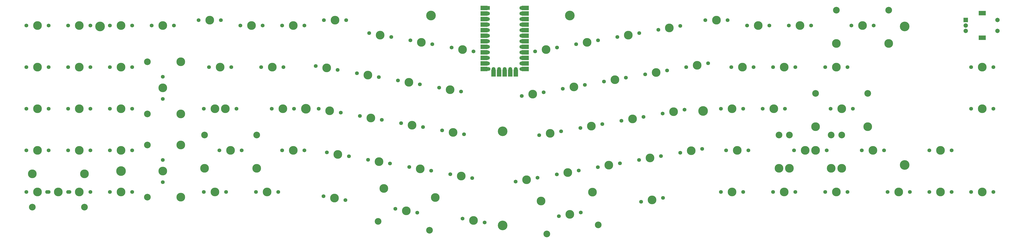
<source format=gbr>
%TF.GenerationSoftware,KiCad,Pcbnew,(5.1.10)-1*%
%TF.CreationDate,2022-01-23T15:25:41-08:00*%
%TF.ProjectId,V2,56322e6b-6963-4616-945f-706362585858,rev?*%
%TF.SameCoordinates,Original*%
%TF.FileFunction,Soldermask,Top*%
%TF.FilePolarity,Negative*%
%FSLAX46Y46*%
G04 Gerber Fmt 4.6, Leading zero omitted, Abs format (unit mm)*
G04 Created by KiCad (PCBNEW (5.1.10)-1) date 2022-01-23 15:25:41*
%MOMM*%
%LPD*%
G01*
G04 APERTURE LIST*
%ADD10C,3.987800*%
%ADD11C,1.750000*%
%ADD12C,3.048000*%
%ADD13R,2.000000X3.250000*%
%ADD14R,3.250000X2.000000*%
%ADD15C,1.752600*%
%ADD16R,1.752600X1.752600*%
%ADD17C,4.400000*%
%ADD18C,2.000000*%
%ADD19R,3.200000X2.000000*%
%ADD20R,2.000000X2.000000*%
G04 APERTURE END LIST*
D10*
%TO.C,MX78*%
X354939043Y-57150000D03*
D11*
X349859043Y-57150000D03*
X360019043Y-57150000D03*
D12*
X343032793Y-50165000D03*
X366845293Y-50165000D03*
D10*
X343032793Y-65405000D03*
X366845293Y-65405000D03*
%TD*%
%TO.C,MX78*%
X350176543Y-57150000D03*
D11*
X345096543Y-57150000D03*
X355256543Y-57150000D03*
D12*
X338270293Y-50165000D03*
X362082793Y-50165000D03*
D10*
X338270293Y-65405000D03*
X362082793Y-65405000D03*
%TD*%
%TO.C,MX84*%
X364464043Y-19050000D03*
D11*
X359384043Y-19050000D03*
X369544043Y-19050000D03*
%TD*%
D10*
%TO.C,MX85*%
X366845293Y-38100000D03*
D11*
X361765293Y-38100000D03*
X371925293Y-38100000D03*
D12*
X354939043Y-31115000D03*
X378751543Y-31115000D03*
D10*
X354939043Y-46355000D03*
X378751543Y-46355000D03*
%TD*%
%TO.C,MX23*%
X83343750Y-19050000D03*
D11*
X78263750Y-19050000D03*
X88423750Y-19050000D03*
%TD*%
D10*
%TO.C,MX16*%
X38100000Y-76200000D03*
D11*
X33020000Y-76200000D03*
X43180000Y-76200000D03*
%TD*%
D10*
%TO.C,MX39*%
X168290513Y-84854313D03*
D11*
X163287690Y-83972180D03*
X173293336Y-85736446D03*
D12*
X155352213Y-89665697D03*
X178802948Y-93800694D03*
D10*
X157998611Y-74657226D03*
X181449346Y-78792224D03*
%TD*%
%TO.C,MX47*%
X188229212Y-29371221D03*
D11*
X183226389Y-28489088D03*
X193232035Y-30253354D03*
%TD*%
D13*
%TO.C,U1*%
X218211400Y-21793200D03*
X215671400Y-21793200D03*
X213131400Y-21793200D03*
X210591400Y-21793200D03*
X208051400Y-21793200D03*
D14*
X222529400Y8051800D03*
X222529400Y5511800D03*
X222529400Y2971800D03*
X222529400Y431800D03*
X222529400Y-2108200D03*
X222529400Y-4648200D03*
X222529400Y-7188200D03*
X222529400Y-9728200D03*
X222529400Y-12268200D03*
X222529400Y-14808200D03*
X222529400Y-17348200D03*
X222529400Y-19888200D03*
X203733400Y-19888200D03*
X203733400Y-17348200D03*
X203733400Y-14808200D03*
X203733400Y-12268200D03*
X203733400Y-9728200D03*
X203733400Y-7188200D03*
X203733400Y-4648200D03*
X203733400Y-2108200D03*
X203733400Y431800D03*
X203733400Y2971800D03*
X203733400Y5511800D03*
X203733400Y8051800D03*
D15*
X208051400Y-19888200D03*
X210591400Y-19888200D03*
X213131400Y-19888200D03*
X215671400Y-19888200D03*
X218211400Y-19888200D03*
X220751400Y8051800D03*
X205740000Y-19888200D03*
X220751400Y5511800D03*
X220751400Y2971800D03*
X220751400Y431800D03*
X220751400Y-2108200D03*
X220751400Y-4648200D03*
X220751400Y-7188200D03*
X220751400Y-9728200D03*
X220751400Y-12268200D03*
X220751400Y-14808200D03*
X220751400Y-17348200D03*
X220751400Y-19888200D03*
X205511400Y-17348200D03*
X205511400Y-14808200D03*
X205511400Y-12268200D03*
X205511400Y-9728200D03*
X205511400Y-7188200D03*
X205511400Y-4648200D03*
X205511400Y-2108200D03*
X205511400Y431800D03*
X205511400Y2971800D03*
X205511400Y5511800D03*
D16*
X205511400Y8051800D03*
%TD*%
D10*
%TO.C,MX90*%
X80962500Y-38100000D03*
D11*
X75882500Y-38100000D03*
X86042500Y-38100000D03*
%TD*%
D17*
%TO.C,H11*%
X395592300Y-431800D03*
%TD*%
%TO.C,H9*%
X179552600Y4508500D03*
%TD*%
%TO.C,H8*%
X395592300Y-63855600D03*
%TD*%
%TO.C,H7*%
X38100000Y-66675000D03*
%TD*%
%TO.C,H6*%
X28575000Y-431800D03*
%TD*%
%TO.C,H5*%
X212229700Y-91541600D03*
%TD*%
%TO.C,H4*%
X212229700Y-48450500D03*
%TD*%
%TO.C,H3*%
X303631600Y-39166800D03*
%TD*%
%TO.C,H2*%
X242824000Y4508500D03*
%TD*%
%TO.C,H1*%
X122440700Y-38163500D03*
%TD*%
D10*
%TO.C,MX5*%
X9525000Y-76200000D03*
D11*
X4445000Y-76200000D03*
X14605000Y-76200000D03*
D12*
X-2381250Y-83185000D03*
X21431250Y-83185000D03*
D10*
X-2381250Y-67945000D03*
X21431250Y-67945000D03*
%TD*%
%TO.C,MX92*%
X430949043Y-76200000D03*
D11*
X425869043Y-76200000D03*
X436029043Y-76200000D03*
%TD*%
D10*
%TO.C,MX91*%
X430949043Y-38100000D03*
D11*
X425869043Y-38100000D03*
X436029043Y-38100000D03*
%TD*%
D10*
%TO.C,MX89*%
X430949043Y-19050000D03*
D11*
X425869043Y-19050000D03*
X436029043Y-19050000D03*
%TD*%
D10*
%TO.C,MX88*%
X411899043Y-76200000D03*
D11*
X406819043Y-76200000D03*
X416979043Y-76200000D03*
%TD*%
D10*
%TO.C,MX87*%
X411899043Y-57150000D03*
D11*
X406819043Y-57150000D03*
X416979043Y-57150000D03*
%TD*%
D10*
%TO.C,MX86*%
X381132793Y-57150000D03*
D11*
X376052793Y-57150000D03*
X386212793Y-57150000D03*
%TD*%
D10*
%TO.C,MX83*%
X340651543Y-19050000D03*
D11*
X335571543Y-19050000D03*
X345731543Y-19050000D03*
%TD*%
D10*
%TO.C,MX82*%
X376370293Y0D03*
D11*
X371290293Y0D03*
X381450293Y0D03*
D12*
X364464043Y6985000D03*
X388276543Y6985000D03*
D10*
X364464043Y-8255000D03*
X388276543Y-8255000D03*
%TD*%
%TO.C,MX81*%
X347795293Y0D03*
D11*
X342715293Y0D03*
X352875293Y0D03*
%TD*%
D10*
%TO.C,MX80*%
X392849043Y-76200000D03*
D11*
X387769043Y-76200000D03*
X397929043Y-76200000D03*
%TD*%
D10*
%TO.C,MX79*%
X364464043Y-76200000D03*
D11*
X359384043Y-76200000D03*
X369544043Y-76200000D03*
%TD*%
D10*
%TO.C,MX77*%
X335889043Y-38100000D03*
D11*
X330809043Y-38100000D03*
X340969043Y-38100000D03*
%TD*%
D10*
%TO.C,MX76*%
X321601543Y-19050000D03*
D11*
X316521543Y-19050000D03*
X326681543Y-19050000D03*
%TD*%
D10*
%TO.C,MX75*%
X300952333Y-18206731D03*
D11*
X295949510Y-19088864D03*
X305955156Y-17324598D03*
%TD*%
D10*
%TO.C,MX74*%
X328745293Y0D03*
D11*
X323665293Y0D03*
X333825293Y0D03*
%TD*%
D10*
%TO.C,MX73*%
X309695293Y2381250D03*
D11*
X304615293Y2381250D03*
X314775293Y2381250D03*
%TD*%
D10*
%TO.C,MX72*%
X316839043Y-38100000D03*
D11*
X311759043Y-38100000D03*
X321919043Y-38100000D03*
%TD*%
D10*
%TO.C,MX71*%
X319220293Y-57150000D03*
D11*
X314140293Y-57150000D03*
X324300293Y-57150000D03*
%TD*%
D10*
%TO.C,MX70*%
X340651543Y-76200000D03*
D11*
X335571543Y-76200000D03*
X345731543Y-76200000D03*
%TD*%
D10*
%TO.C,MX69*%
X316839043Y-76200000D03*
D11*
X311759043Y-76200000D03*
X321919043Y-76200000D03*
%TD*%
D10*
%TO.C,MX68*%
X298188034Y-57381903D03*
D11*
X293185211Y-58264036D03*
X303190857Y-56499770D03*
%TD*%
D10*
%TO.C,MX67*%
X290189890Y-39448316D03*
D11*
X285187067Y-40330449D03*
X295192713Y-38566183D03*
%TD*%
D10*
%TO.C,MX66*%
X282191746Y-21514728D03*
D11*
X277188923Y-22396861D03*
X287194569Y-20632595D03*
%TD*%
D10*
%TO.C,MX65*%
X288264043Y-1100142D03*
D11*
X283261220Y-1982275D03*
X293266866Y-218009D03*
%TD*%
D10*
%TO.C,MX64*%
X279427447Y-60689900D03*
D11*
X274424624Y-61572033D03*
X284430270Y-59807767D03*
%TD*%
D10*
%TO.C,MX63*%
X280390371Y-79863986D03*
D11*
X275387548Y-80746119D03*
X285393194Y-78981853D03*
%TD*%
D10*
%TO.C,MX62*%
X260666860Y-63997897D03*
D11*
X255664037Y-64880030D03*
X265669683Y-63115764D03*
%TD*%
D10*
%TO.C,MX61*%
X271429303Y-42756313D03*
D11*
X266426480Y-43638446D03*
X276432126Y-41874180D03*
%TD*%
D10*
%TO.C,MX60*%
X263431159Y-24822725D03*
D11*
X258428336Y-25704858D03*
X268433982Y-23940592D03*
%TD*%
D10*
%TO.C,MX59*%
X244670572Y-28130722D03*
D11*
X239667749Y-29012855D03*
X249673395Y-27248589D03*
%TD*%
D10*
%TO.C,MX58*%
X269503456Y-4408139D03*
D11*
X264500633Y-5290272D03*
X274506279Y-3526006D03*
%TD*%
D10*
%TO.C,MX57*%
X250742869Y-7716136D03*
D11*
X245740046Y-8598269D03*
X255745692Y-6834003D03*
%TD*%
D10*
%TO.C,MX56*%
X252668716Y-46064310D03*
D11*
X247665893Y-46946443D03*
X257671539Y-45182177D03*
%TD*%
D10*
%TO.C,MX55*%
X241906273Y-67305894D03*
D11*
X236903450Y-68188027D03*
X246909096Y-66423761D03*
%TD*%
D10*
%TO.C,MX54*%
X242869196Y-86479981D03*
D11*
X237866373Y-87362114D03*
X247872019Y-85597848D03*
D12*
X232356761Y-95426362D03*
X255807496Y-91291365D03*
D10*
X229710363Y-80417892D03*
X253161098Y-76282894D03*
%TD*%
%TO.C,MX53*%
X198941868Y-89291780D03*
D11*
X193939045Y-88409647D03*
X203944691Y-90173913D03*
%TD*%
D10*
%TO.C,MX52*%
X223145686Y-70613891D03*
D11*
X218142863Y-71496024D03*
X228148509Y-69731758D03*
%TD*%
D10*
%TO.C,MX51*%
X233908129Y-49372307D03*
D11*
X228905306Y-50254440D03*
X238910952Y-48490174D03*
%TD*%
D10*
%TO.C,MX50*%
X225909985Y-31438719D03*
D11*
X220907162Y-32320852D03*
X230912808Y-30556586D03*
%TD*%
D10*
%TO.C,MX49*%
X231982282Y-11024133D03*
D11*
X226979459Y-11906266D03*
X236985105Y-10142000D03*
%TD*%
D10*
%TO.C,MX48*%
X193882282Y-11024133D03*
D11*
X188879459Y-10142000D03*
X198885105Y-11906266D03*
%TD*%
D10*
%TO.C,MX46*%
X189611363Y-48958808D03*
D11*
X184608540Y-48076675D03*
X194614186Y-49840941D03*
%TD*%
D10*
%TO.C,MX45*%
X193338585Y-68959893D03*
D11*
X188335762Y-68077760D03*
X198341408Y-69842026D03*
%TD*%
D10*
%TO.C,MX44*%
X170850776Y-45650811D03*
D11*
X165847953Y-44768678D03*
X175853599Y-46532944D03*
%TD*%
D10*
%TO.C,MX43*%
X169468625Y-26063224D03*
D11*
X164465802Y-25181091D03*
X174471448Y-26945357D03*
%TD*%
D10*
%TO.C,MX42*%
X175121695Y-7716136D03*
D11*
X170118872Y-6834003D03*
X180124518Y-8598269D03*
%TD*%
D10*
%TO.C,MX41*%
X156361108Y-4408139D03*
D11*
X151358285Y-3526006D03*
X161363931Y-5290272D03*
%TD*%
D10*
%TO.C,MX40*%
X174577998Y-65651896D03*
D11*
X169575175Y-64769763D03*
X179580821Y-66534029D03*
%TD*%
D10*
%TO.C,MX38*%
X155817411Y-62343899D03*
D11*
X150814588Y-61461766D03*
X160820234Y-63226032D03*
%TD*%
D10*
%TO.C,MX37*%
X152090189Y-42342814D03*
D11*
X147087366Y-41460681D03*
X157093012Y-43224947D03*
%TD*%
D10*
%TO.C,MX36*%
X150708038Y-22755227D03*
D11*
X145705215Y-21873094D03*
X155710861Y-23637360D03*
%TD*%
D10*
%TO.C,MX35*%
X131947451Y-19447230D03*
D11*
X126944628Y-18565097D03*
X136950274Y-20329363D03*
%TD*%
D10*
%TO.C,MX34*%
X135731250Y2381250D03*
D11*
X130651250Y2381250D03*
X140811250Y2381250D03*
%TD*%
D10*
%TO.C,MX33*%
X116681250Y0D03*
D11*
X111601250Y0D03*
X121761250Y0D03*
%TD*%
D10*
%TO.C,MX32*%
X133329602Y-39034817D03*
D11*
X128326779Y-38152684D03*
X138332425Y-39916950D03*
%TD*%
D10*
%TO.C,MX31*%
X137056824Y-59035902D03*
D11*
X132054001Y-58153769D03*
X142059647Y-59918035D03*
%TD*%
D10*
%TO.C,MX30*%
X135459485Y-79065317D03*
D11*
X130456662Y-78183184D03*
X140462308Y-79947450D03*
%TD*%
D10*
%TO.C,MX29*%
X104775000Y-76200000D03*
D11*
X99695000Y-76200000D03*
X109855000Y-76200000D03*
%TD*%
D10*
%TO.C,MX28*%
X116681250Y-57150000D03*
D11*
X111601250Y-57150000D03*
X121761250Y-57150000D03*
%TD*%
D10*
%TO.C,MX27*%
X111918750Y-38100000D03*
D11*
X106838750Y-38100000D03*
X116998750Y-38100000D03*
%TD*%
D10*
%TO.C,MX26*%
X107156250Y-19050000D03*
D11*
X102076250Y-19050000D03*
X112236250Y-19050000D03*
%TD*%
D10*
%TO.C,MX25*%
X97631250Y0D03*
D11*
X92551250Y0D03*
X102711250Y0D03*
%TD*%
D10*
%TO.C,MX24*%
X78581250Y2381250D03*
D11*
X73501250Y2381250D03*
X83661250Y2381250D03*
%TD*%
%TO.C,MX22*%
X90805000Y-38100000D03*
X80645000Y-38100000D03*
D10*
X85725000Y-38100000D03*
%TD*%
%TO.C,MX21*%
X88106250Y-57150000D03*
D11*
X83026250Y-57150000D03*
X93186250Y-57150000D03*
D12*
X76200000Y-50165000D03*
X100012500Y-50165000D03*
D10*
X76200000Y-65405000D03*
X100012500Y-65405000D03*
%TD*%
%TO.C,MX20*%
X80962500Y-76200000D03*
D11*
X75882500Y-76200000D03*
X86042500Y-76200000D03*
%TD*%
D10*
%TO.C,MX19*%
X57150000Y-66675000D03*
D11*
X57150000Y-71755000D03*
X57150000Y-61595000D03*
D12*
X50165000Y-78581250D03*
X50165000Y-54768750D03*
D10*
X65405000Y-78581250D03*
X65405000Y-54768750D03*
%TD*%
%TO.C,MX18*%
X57150000Y-28575000D03*
D11*
X57150000Y-33655000D03*
X57150000Y-23495000D03*
D12*
X50165000Y-40481250D03*
X50165000Y-16668750D03*
D10*
X65405000Y-40481250D03*
X65405000Y-16668750D03*
%TD*%
%TO.C,MX17*%
X57150000Y0D03*
D11*
X52070000Y0D03*
X62230000Y0D03*
%TD*%
D10*
%TO.C,MX15*%
X38100000Y-57150000D03*
D11*
X33020000Y-57150000D03*
X43180000Y-57150000D03*
%TD*%
D10*
%TO.C,MX14*%
X38100000Y-38100000D03*
D11*
X33020000Y-38100000D03*
X43180000Y-38100000D03*
%TD*%
D10*
%TO.C,MX13*%
X19050000Y-38100000D03*
D11*
X13970000Y-38100000D03*
X24130000Y-38100000D03*
%TD*%
D10*
%TO.C,MX12*%
X38100000Y-19050000D03*
D11*
X33020000Y-19050000D03*
X43180000Y-19050000D03*
%TD*%
D10*
%TO.C,MX11*%
X19050000Y-19050000D03*
D11*
X13970000Y-19050000D03*
X24130000Y-19050000D03*
%TD*%
D10*
%TO.C,MX10*%
X38100000Y0D03*
D11*
X33020000Y0D03*
X43180000Y0D03*
%TD*%
D10*
%TO.C,MX9*%
X19050000Y0D03*
D11*
X13970000Y0D03*
X24130000Y0D03*
%TD*%
D10*
%TO.C,MX8*%
X19050000Y-57150000D03*
D11*
X13970000Y-57150000D03*
X24130000Y-57150000D03*
%TD*%
D10*
%TO.C,MX7*%
X0Y-76200000D03*
D11*
X-5080000Y-76200000D03*
X5080000Y-76200000D03*
%TD*%
D10*
%TO.C,MX6*%
X19050000Y-76200000D03*
D11*
X13970000Y-76200000D03*
X24130000Y-76200000D03*
%TD*%
D10*
%TO.C,MX4*%
X0Y-57150000D03*
D11*
X-5080000Y-57150000D03*
X5080000Y-57150000D03*
%TD*%
D10*
%TO.C,MX3*%
X0Y-38100000D03*
D11*
X-5080000Y-38100000D03*
X5080000Y-38100000D03*
%TD*%
D10*
%TO.C,MX2*%
X0Y-19050000D03*
D11*
X-5080000Y-19050000D03*
X5080000Y-19050000D03*
%TD*%
D10*
%TO.C,MX1*%
X0Y0D03*
D11*
X-5080000Y0D03*
X5080000Y0D03*
%TD*%
D18*
%TO.C,SW1*%
X437949043Y-2500000D03*
X437949043Y2500000D03*
D19*
X430949043Y-5600000D03*
X430949043Y5600000D03*
D18*
X423449043Y-2500000D03*
X423449043Y0D03*
D20*
X423449043Y2500000D03*
%TD*%
M02*

</source>
